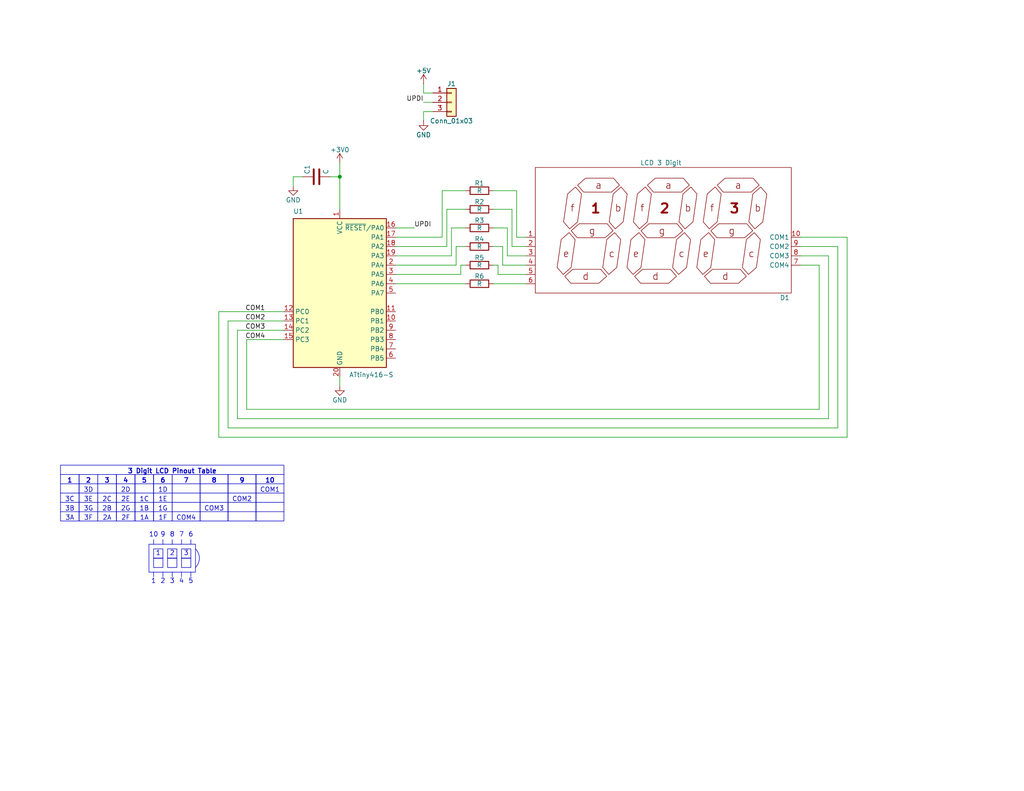
<source format=kicad_sch>
(kicad_sch (version 20231120) (generator "eeschema") (generator_version "8.0")
  (paper "A")
  (title_block (title "3 Digit LCD Test Circuit") (company "Perry Leuams") (comment 1 "Aliexpress Special") (comment 2 "10pin TN 3 Digits Segment LCD"))
  (lib_symbols
    (symbol "Connector_Generic:Conn_01x03" (pin_names (offset 1.016) hide)
      (property "Reference" "J" (at 0 5.08 0))
      (property "Value" "Conn_01x03" (at 0 -5.08 0))
      (symbol "Conn_01x03_1_1"
        (rectangle (start -1.27 -2.413) (end 0 -2.667) (stroke (width 0.1524)))
        (rectangle (start -1.27 0.127) (end 0 -0.127) (stroke (width 0.1524)))
        (rectangle (start -1.27 2.667) (end 0 2.413) (stroke (width 0.1524)))
        (rectangle (start -1.27 3.81) (end 1.27 -3.81) (stroke (width 0.254)) (fill (type background)))
        (pin passive line (at -5.08 2.54 0) (length 3.81) (name "Pin_1") (number "1"))
        (pin passive line (at -5.08 0 0) (length 3.81) (name "Pin_2") (number "2"))
        (pin passive line (at -5.08 -2.54 0) (length 3.81) (name "Pin_3") (number "3"))
      )
    )
    (symbol "Device:C" (pin_numbers hide) (pin_names (offset 0.254))
      (property "Reference" "C" (at 0.635 2.54 0))
      (property "Value" "C" (at 0.635 -2.54 0))
      (symbol "C_0_1"
        (polyline (pts (xy -2.032 -0.762) (xy 2.032 -0.762)) (stroke (width 0.508)))
        (polyline (pts (xy -2.032 0.762) (xy 2.032 0.762)) (stroke (width 0.508)))
      )
      (symbol "C_1_1"
        (pin passive line (at 0 3.81 270) (length 2.794) (name "~") (number "1"))
        (pin passive line (at 0 -3.81 90) (length 2.794) (name "~") (number "2"))
      )
    )
    (symbol "Device:R" (pin_numbers hide) (pin_names (offset 0))
      (property "Reference" "R" (at 2.032 0 90))
      (property "Value" "R" (at 0 0 90))
      (symbol "R_0_1"
        (rectangle (start -1.016 -2.54) (end 1.016 2.54) (stroke (width 0.254)))
      )
      (symbol "R_1_1"
        (pin passive line (at 0 3.81 270) (length 1.27) (name "~") (number "1"))
        (pin passive line (at 0 -3.81 90) (length 1.27) (name "~") (number "2"))
      )
    )
    (symbol "MCU_Microchip_ATtiny:ATtiny416-S"
      (property "Reference" "U" (at -12.7 21.59 0))
      (property "Value" "ATtiny416-S" (at 2.54 -21.59 0))
      (symbol "ATtiny416-S_0_1"
        (rectangle (start -12.7 -20.32) (end 12.7 20.32) (stroke (width 0.254)) (fill (type background)))
      )
      (symbol "ATtiny416-S_1_1"
        (pin power_in line (at 0 22.86 270) (length 2.54) (name "VCC") (number "1"))
        (pin bidirectional line (at 15.24 -7.62 180) (length 2.54) (name "PB1") (number "10"))
        (pin bidirectional line (at 15.24 -5.08 180) (length 2.54) (name "PB0") (number "11"))
        (pin bidirectional line (at -15.24 -5.08 0) (length 2.54) (name "PC0") (number "12"))
        (pin bidirectional line (at -15.24 -7.62 0) (length 2.54) (name "PC1") (number "13"))
        (pin bidirectional line (at -15.24 -10.16 0) (length 2.54) (name "PC2") (number "14"))
        (pin bidirectional line (at -15.24 -12.7 0) (length 2.54) (name "PC3") (number "15"))
        (pin bidirectional line (at 15.24 17.78 180) (length 2.54) (name "~{RESET}/PA0") (number "16"))
        (pin bidirectional line (at 15.24 15.24 180) (length 2.54) (name "PA1") (number "17"))
        (pin bidirectional line (at 15.24 12.7 180) (length 2.54) (name "PA2") (number "18"))
        (pin bidirectional line (at 15.24 10.16 180) (length 2.54) (name "PA3") (number "19"))
        (pin bidirectional line (at 15.24 7.62 180) (length 2.54) (name "PA4") (number "2"))
        (pin power_in line (at 0 -22.86 90) (length 2.54) (name "GND") (number "20"))
        (pin bidirectional line (at 15.24 5.08 180) (length 2.54) (name "PA5") (number "3"))
        (pin bidirectional line (at 15.24 2.54 180) (length 2.54) (name "PA6") (number "4"))
        (pin bidirectional line (at 15.24 0 180) (length 2.54) (name "PA7") (number "5"))
        (pin bidirectional line (at 15.24 -17.78 180) (length 2.54) (name "PB5") (number "6"))
        (pin bidirectional line (at 15.24 -15.24 180) (length 2.54) (name "PB4") (number "7"))
        (pin bidirectional line (at 15.24 -12.7 180) (length 2.54) (name "PB3") (number "8"))
        (pin bidirectional line (at 15.24 -10.16 180) (length 2.54) (name "PB2") (number "9"))
      )
    )
    (symbol "pl_display:LCD_3Digit_10Pin"
      (property "Reference" "D" (at 70.612 -16.51 0))
      (symbol "LCD_3Digit_10Pin_0_1"
        (polyline (pts (xy 10.16 -10.16) (xy 12.319 -8.255) (xy 13.4112 -0.635) (xy 11.7602 1.27) (xy 9.6012 -0.635) (xy 8.509 -8.255) (xy 10.16 -10.16)))
        (polyline (pts (xy 10.5918 -10.668) (xy 12.7762 -8.763) (xy 20.3962 -8.763) (xy 22.0218 -10.668) (xy 19.8628 -12.573) (xy 12.2428 -12.573) (xy 10.5918 -10.668)))
        (polyline (pts (xy 11.9126 2.286) (xy 14.0716 4.191) (xy 15.1638 11.811) (xy 13.5128 13.716) (xy 11.3538 11.811) (xy 10.2616 4.191) (xy 11.9126 2.286)))
        (polyline (pts (xy 12.3444 1.778) (xy 14.5288 3.683) (xy 22.1488 3.683) (xy 23.7744 1.778) (xy 21.59 -0.127) (xy 13.97 -0.127) (xy 12.3444 1.778)))
        (polyline (pts (xy 14.097 14.224) (xy 16.256 16.129) (xy 23.876 16.129) (xy 25.527 14.224) (xy 23.3426 12.319) (xy 15.7226 12.319) (xy 14.097 14.224)))
        (polyline (pts (xy 22.606 -10.16) (xy 24.765 -8.255) (xy 25.8572 -0.635) (xy 24.2062 1.27) (xy 22.0472 -0.635) (xy 20.955 -8.255) (xy 22.606 -10.16)))
        (polyline (pts (xy 24.3586 2.286) (xy 26.5176 4.191) (xy 27.6098 11.811) (xy 25.9588 13.716) (xy 23.7998 11.811) (xy 22.7076 4.191) (xy 24.3586 2.286)))
        (polyline (pts (xy 29.21 -10.16) (xy 31.369 -8.255) (xy 32.4612 -0.635) (xy 30.8102 1.27) (xy 28.6512 -0.635) (xy 27.559 -8.255) (xy 29.21 -10.16)))
        (polyline (pts (xy 29.6418 -10.668) (xy 31.8262 -8.763) (xy 39.4462 -8.763) (xy 41.0718 -10.668) (xy 38.9128 -12.573) (xy 31.2928 -12.573) (xy 29.6418 -10.668)))
        (polyline (pts (xy 30.9626 2.286) (xy 33.1216 4.191) (xy 34.2138 11.811) (xy 32.5628 13.716) (xy 30.4038 11.811) (xy 29.3116 4.191) (xy 30.9626 2.286)))
        (polyline (pts (xy 31.3944 1.778) (xy 33.5788 3.683) (xy 41.1988 3.683) (xy 42.8244 1.778) (xy 40.64 -0.127) (xy 33.02 -0.127) (xy 31.3944 1.778)))
        (polyline (pts (xy 33.147 14.224) (xy 35.306 16.129) (xy 42.926 16.129) (xy 44.577 14.224) (xy 42.3926 12.319) (xy 34.7726 12.319) (xy 33.147 14.224)))
        (polyline (pts (xy 41.656 -10.16) (xy 43.815 -8.255) (xy 44.9072 -0.635) (xy 43.2562 1.27) (xy 41.0972 -0.635) (xy 40.005 -8.255) (xy 41.656 -10.16)))
        (polyline (pts (xy 43.4086 2.286) (xy 45.5676 4.191) (xy 46.6598 11.811) (xy 45.0088 13.716) (xy 42.8498 11.811) (xy 41.7576 4.191) (xy 43.4086 2.286)))
        (polyline (pts (xy 48.26 -10.16) (xy 50.419 -8.255) (xy 51.5112 -0.635) (xy 49.8602 1.27) (xy 47.7012 -0.635) (xy 46.609 -8.255) (xy 48.26 -10.16)))
        (polyline (pts (xy 48.6918 -10.668) (xy 50.8762 -8.763) (xy 58.4962 -8.763) (xy 60.1218 -10.668) (xy 57.9628 -12.573) (xy 50.3428 -12.573) (xy 48.6918 -10.668)))
        (polyline (pts (xy 50.0126 2.286) (xy 52.1716 4.191) (xy 53.2638 11.811) (xy 51.6128 13.716) (xy 49.4538 11.811) (xy 48.3616 4.191) (xy 50.0126 2.286)))
        (polyline (pts (xy 50.4444 1.778) (xy 52.6288 3.683) (xy 60.2488 3.683) (xy 61.8744 1.778) (xy 59.69 -0.127) (xy 52.07 -0.127) (xy 50.4444 1.778)))
        (polyline (pts (xy 52.197 14.224) (xy 54.356 16.129) (xy 61.976 16.129) (xy 63.627 14.224) (xy 61.4426 12.319) (xy 53.8226 12.319) (xy 52.197 14.224)))
        (polyline (pts (xy 60.706 -10.16) (xy 62.865 -8.255) (xy 63.9572 -0.635) (xy 62.3062 1.27) (xy 60.1472 -0.635) (xy 59.055 -8.255) (xy 60.706 -10.16)))
        (polyline (pts (xy 62.4586 2.286) (xy 64.6176 4.191) (xy 65.7098 11.811) (xy 64.0588 13.716) (xy 61.8998 11.811) (xy 60.8076 4.191) (xy 62.4586 2.286)))
        (text "a" (at 19.812 14.224 0) (effects (font (size 1.905 1.905))))
        (text "a" (at 38.862 14.224 0) (effects (font (size 1.905 1.905))))
        (text "a" (at 57.912 14.224 0) (effects (font (size 1.905 1.905))))
        (text "b" (at 25.146 8.001 0) (effects (font (size 1.905 1.905))))
        (text "b" (at 44.196 8.001 0) (effects (font (size 1.905 1.905))))
        (text "b" (at 63.246 8.001 0) (effects (font (size 1.905 1.905))))
        (text "c" (at 23.4188 -4.445 0) (effects (font (size 1.905 1.905))))
        (text "c" (at 42.4688 -4.445 0) (effects (font (size 1.905 1.905))))
        (text "c" (at 61.5188 -4.445 0) (effects (font (size 1.905 1.905))))
        (text "d" (at 16.3068 -10.668 0) (effects (font (size 1.905 1.905))))
        (text "d" (at 35.3568 -10.668 0) (effects (font (size 1.905 1.905))))
        (text "d" (at 54.4068 -10.668 0) (effects (font (size 1.905 1.905))))
        (text "e" (at 10.9728 -4.445 0) (effects (font (size 1.905 1.905))))
        (text "e" (at 30.0228 -4.445 0) (effects (font (size 1.905 1.905))))
        (text "e" (at 49.0728 -4.445 0) (effects (font (size 1.905 1.905))))
        (text "f" (at 12.7 8.001 0) (effects (font (size 1.905 1.905))))
        (text "f" (at 31.75 8.001 0) (effects (font (size 1.905 1.905))))
        (text "f" (at 50.8 8.001 0) (effects (font (size 1.905 1.905))))
        (text "g" (at 18.0594 1.778 0) (effects (font (size 1.905 1.905))))
        (text "g" (at 37.1094 1.778 0) (effects (font (size 1.905 1.905))))
        (text "g" (at 56.1594 1.778 0) (effects (font (size 1.905 1.905))))
      )
      (symbol "LCD_3Digit_10Pin_1_1"
        (rectangle (start 2.54 19.05) (end 72.39 -15.24))
        (text "1" (at 19.05 7.874 0) (effects (font (size 2.54 2.54) (bold yes))))
        (text "2" (at 37.846 7.874 0) (effects (font (size 2.54 2.54) (bold yes))))
        (text "3" (at 56.896 7.874 0) (effects (font (size 2.54 2.54) (bold yes))))
        (pin input line (at 0 0 0) (length 2.54) (name "") (number "1"))
        (pin input line (at 74.93 0 180) (length 2.54) (name "COM1") (number "10"))
        (pin input line (at 0 -2.54 0) (length 2.54) (name "") (number "2"))
        (pin input line (at 0 -5.08 0) (length 2.54) (name "") (number "3"))
        (pin input line (at 0 -7.62 0) (length 2.54) (name "") (number "4"))
        (pin input line (at 0 -10.16 0) (length 2.54) (name "") (number "5"))
        (pin input line (at 0 -12.7 0) (length 2.54) (name "") (number "6"))
        (pin input line (at 74.93 -7.62 180) (length 2.54) (name "COM4") (number "7"))
        (pin input line (at 74.93 -5.08 180) (length 2.54) (name "COM3") (number "8"))
        (pin input line (at 74.93 -2.54 180) (length 2.54) (name "COM2") (number "9"))
      )
    )
    (symbol "power:+3V0" (power) (pin_numbers hide) (pin_names (offset 0) hide)
      (property "Value" "+3V0" (at 0 3.556 0))
      (symbol "+3V0_0_1"
        (polyline (pts (xy -0.762 1.27) (xy 0 2.54)))
        (polyline (pts (xy 0 0) (xy 0 2.54)))
        (polyline (pts (xy 0 2.54) (xy 0.762 1.27)))
      )
      (symbol "+3V0_1_1"
        (pin power_in line (at 0 0 90) (length 0) (name "~") (number "1"))
      )
    )
    (symbol "power:+5V" (power) (pin_numbers hide) (pin_names (offset 0) hide)
      (property "Value" "+5V" (at 0 3.556 0))
      (symbol "+5V_0_1"
        (polyline (pts (xy -0.762 1.27) (xy 0 2.54)))
        (polyline (pts (xy 0 0) (xy 0 2.54)))
        (polyline (pts (xy 0 2.54) (xy 0.762 1.27)))
      )
      (symbol "+5V_1_1"
        (pin power_in line (at 0 0 90) (length 0) (name "~") (number "1"))
      )
    )
    (symbol "power:GND" (power) (pin_numbers hide) (pin_names (offset 0) hide)
      (property "Value" "GND" (at 0 -3.81 0))
      (symbol "GND_0_1"
        (polyline (pts (xy 0 0) (xy 0 -1.27) (xy 1.27 -1.27) (xy 0 -2.54) (xy -1.27 -1.27) (xy 0 -1.27)))
      )
      (symbol "GND_1_1"
        (pin power_in line (at 0 0 270) (length 0) (name "~") (number "1"))
      )
    )
  )
  (junction (at 92.71 48.26))
  (wire (pts (xy 143.51 74.93) (xy 135.89 74.93)))
  (wire (pts (xy 231.14 119.38) (xy 231.14 64.77)))
  (polyline (pts (xy 16.51 137.16) (xy 77.47 137.16)))
  (wire (pts (xy 107.95 77.47) (xy 127 77.47)))
  (polyline (pts (xy 49.53 147.32) (xy 49.53 148.59)))
  (wire (pts (xy 139.7 57.15) (xy 134.62 57.15)))
  (wire (pts (xy 124.46 67.31) (xy 127 67.31)))
  (wire (pts (xy 59.69 119.38) (xy 231.14 119.38)))
  (wire (pts (xy 223.52 111.76) (xy 223.52 72.39)))
  (wire (pts (xy 115.57 22.86) (xy 115.57 25.4)))
  (polyline (pts (xy 41.91 156.21) (xy 41.91 157.48)))
  (polyline (pts (xy 49.53 156.21) (xy 49.53 157.48)))
  (wire (pts (xy 226.06 69.85) (xy 218.44 69.85)))
  (polyline (pts (xy 46.99 147.32) (xy 46.99 148.59)))
  (polyline (pts (xy 16.51 134.62) (xy 77.47 134.62)))
  (wire (pts (xy 107.95 62.23) (xy 113.03 62.23)))
  (wire (pts (xy 115.57 25.4) (xy 118.11 25.4)))
  (wire (pts (xy 228.6 116.84) (xy 228.6 67.31)))
  (wire (pts (xy 62.23 87.63) (xy 62.23 116.84)))
  (wire (pts (xy 228.6 67.31) (xy 218.44 67.31)))
  (wire (pts (xy 226.06 114.3) (xy 226.06 69.85)))
  (wire (pts (xy 77.47 92.71) (xy 67.31 92.71)))
  (wire (pts (xy 143.51 72.39) (xy 137.16 72.39)))
  (wire (pts (xy 123.19 62.23) (xy 127 62.23)))
  (wire (pts (xy 137.16 67.31) (xy 134.62 67.31)))
  (wire (pts (xy 77.47 87.63) (xy 62.23 87.63)))
  (wire (pts (xy 90.17 48.26) (xy 92.71 48.26)))
  (wire (pts (xy 140.97 64.77) (xy 140.97 52.07)))
  (wire (pts (xy 223.52 72.39) (xy 218.44 72.39)))
  (wire (pts (xy 107.95 67.31) (xy 121.92 67.31)))
  (wire (pts (xy 92.71 102.87) (xy 92.71 105.41)))
  (wire (pts (xy 137.16 72.39) (xy 137.16 67.31)))
  (polyline (pts (xy 52.07 156.21) (xy 52.07 157.48)))
  (wire (pts (xy 139.7 67.31) (xy 139.7 57.15)))
  (wire (pts (xy 135.89 74.93) (xy 135.89 72.39)))
  (wire (pts (xy 120.65 64.77) (xy 120.65 52.07)))
  (wire (pts (xy 77.47 85.09) (xy 59.69 85.09)))
  (polyline (pts (xy 46.99 156.21) (xy 46.99 157.48)))
  (wire (pts (xy 80.01 48.26) (xy 80.01 50.8)))
  (wire (pts (xy 143.51 64.77) (xy 140.97 64.77)))
  (wire (pts (xy 140.97 52.07) (xy 134.62 52.07)))
  (wire (pts (xy 107.95 72.39) (xy 124.46 72.39)))
  (wire (pts (xy 67.31 111.76) (xy 223.52 111.76)))
  (wire (pts (xy 125.73 72.39) (xy 127 72.39)))
  (wire (pts (xy 115.57 27.94) (xy 118.11 27.94)))
  (wire (pts (xy 107.95 64.77) (xy 120.65 64.77)))
  (wire (pts (xy 92.71 48.26) (xy 92.71 57.15)))
  (wire (pts (xy 134.62 77.47) (xy 143.51 77.47)))
  (wire (pts (xy 138.43 62.23) (xy 134.62 62.23)))
  (polyline (pts (xy 16.51 139.7) (xy 77.47 139.7)))
  (wire (pts (xy 138.43 69.85) (xy 138.43 62.23)))
  (wire (pts (xy 120.65 52.07) (xy 127 52.07)))
  (wire (pts (xy 82.55 48.26) (xy 80.01 48.26)))
  (wire (pts (xy 77.47 90.17) (xy 64.77 90.17)))
  (wire (pts (xy 218.44 64.77) (xy 231.14 64.77)))
  (wire (pts (xy 64.77 114.3) (xy 226.06 114.3)))
  (polyline (pts (xy 41.91 147.32) (xy 41.91 148.59)))
  (polyline (pts (xy 44.45 156.21) (xy 44.45 157.48)))
  (polyline (pts (xy 44.45 147.32) (xy 44.45 148.59)))
  (wire (pts (xy 143.51 67.31) (xy 139.7 67.31)))
  (wire (pts (xy 143.51 69.85) (xy 138.43 69.85)))
  (wire (pts (xy 67.31 92.71) (xy 67.31 111.76)))
  (polyline (pts (xy 52.07 147.32) (xy 52.07 148.59)))
  (polyline (pts (xy 16.51 132.08) (xy 77.47 132.08)))
  (wire (pts (xy 92.71 44.45) (xy 92.71 48.26)))
  (wire (pts (xy 115.57 33.02) (xy 115.57 30.48)))
  (wire (pts (xy 59.69 85.09) (xy 59.69 119.38)))
  (wire (pts (xy 125.73 74.93) (xy 125.73 72.39)))
  (wire (pts (xy 121.92 57.15) (xy 127 57.15)))
  (wire (pts (xy 107.95 69.85) (xy 123.19 69.85)))
  (wire (pts (xy 115.57 30.48) (xy 118.11 30.48)))
  (wire (pts (xy 121.92 67.31) (xy 121.92 57.15)))
  (wire (pts (xy 62.23 116.84) (xy 228.6 116.84)))
  (wire (pts (xy 123.19 69.85) (xy 123.19 62.23)))
  (wire (pts (xy 64.77 90.17) (xy 64.77 114.3)))
  (wire (pts (xy 107.95 74.93) (xy 125.73 74.93)))
  (wire (pts (xy 124.46 72.39) (xy 124.46 67.31)))
  (wire (pts (xy 135.89 72.39) (xy 134.62 72.39)))
  (rectangle (start 54.61 129.54) (end 62.23 142.24))
  (rectangle (start 49.53 149.86) (end 52.07 152.4))
  (rectangle (start 45.72 149.86) (end 48.26 152.4))
  (rectangle (start 62.23 129.54) (end 69.85 142.24))
  (rectangle (start 69.85 129.54) (end 77.47 142.24))
  (rectangle (start 45.72 152.4) (end 48.26 154.94))
  (rectangle (start 49.53 152.4) (end 52.07 154.94))
  (rectangle (start 41.91 152.4) (end 44.45 154.94))
  (rectangle (start 16.51 127) (end 77.47 129.54))
  (rectangle (start 26.67 129.54) (end 31.75 142.24))
  (arc (start 53.34 149.86) (mid 54.3921 152.4) (end 53.34 154.94))
  (rectangle (start 41.91 129.54) (end 46.99 142.24))
  (rectangle (start 46.99 129.54) (end 54.61 142.24))
  (rectangle (start 40.64 148.59) (end 53.34 156.21))
  (rectangle (start 21.59 129.54) (end 26.67 142.24))
  (rectangle (start 41.91 149.86) (end 44.45 152.4))
  (rectangle (start 16.51 129.54) (end 21.59 142.24))
  (rectangle (start 31.75 129.54) (end 36.83 142.24))
  (rectangle (start 36.83 129.54) (end 41.91 142.24))
  (text "1E" (at 44.45 137.16 0) (effects (font (size 1.27 1.27)) (justify bottom)))
  (text "COM1" (at 73.66 134.62 0) (effects (font (size 1.27 1.27)) (justify bottom)))
  (text "2F" (at 34.29 142.24 0) (effects (font (size 1.27 1.27)) (justify bottom)))
  (text "10" (at 73.66 132.08 0) (effects (font (size 1.27 1.27) (thickness 0.254) (bold yes)) (justify bottom)))
  (text "1" (at 19.05 132.08 0) (effects (font (size 1.27 1.27) (thickness 0.254) (bold yes)) (justify bottom)))
  (text "3A" (at 19.05 142.24 0) (effects (font (size 1.27 1.27)) (justify bottom)))
  (text "9" (at 66.04 132.08 0) (effects (font (size 1.27 1.27) (thickness 0.254) (bold yes)) (justify bottom)))
  (text "7" (at 49.53 146.05 0) (effects (font (size 1.27 1.27))))
  (text "8" (at 46.99 146.05 0) (effects (font (size 1.27 1.27))))
  (text "1G" (at 44.45 139.7 0) (effects (font (size 1.27 1.27)) (justify bottom)))
  (text "2B" (at 29.21 139.7 0) (effects (font (size 1.27 1.27)) (justify bottom)))
  (text "1B" (at 39.37 139.7 0) (effects (font (size 1.27 1.27)) (justify bottom)))
  (text "COM3" (at 58.42 139.7 0) (effects (font (size 1.27 1.27)) (justify bottom)))
  (text "2E" (at 34.29 137.16 0) (effects (font (size 1.27 1.27)) (justify bottom)))
  (text "3G" (at 24.13 139.7 0) (effects (font (size 1.27 1.27)) (justify bottom)))
  (text "9" (at 44.45 146.05 0) (effects (font (size 1.27 1.27))))
  (text "3C" (at 19.05 137.16 0) (effects (font (size 1.27 1.27)) (justify bottom)))
  (text "COM2" (at 66.04 137.16 0) (effects (font (size 1.27 1.27)) (justify bottom)))
  (text "2G" (at 34.29 139.7 0) (effects (font (size 1.27 1.27)) (justify bottom)))
  (text "2" (at 46.99 151.13 0) (effects (font (size 1.27 1.27))))
  (text "1F" (at 44.45 142.24 0) (effects (font (size 1.27 1.27)) (justify bottom)))
  (text "3F" (at 24.13 142.24 0) (effects (font (size 1.27 1.27)) (justify bottom)))
  (text "1" (at 43.18 151.13 0) (effects (font (size 1.27 1.27))))
  (text "3B" (at 19.05 139.7 0) (effects (font (size 1.27 1.27)) (justify bottom)))
  (text "2A" (at 29.21 142.24 0) (effects (font (size 1.27 1.27)) (justify bottom)))
  (text "4" (at 34.29 132.08 0) (effects (font (size 1.27 1.27) (thickness 0.254) (bold yes)) (justify bottom)))
  (text "COM4" (at 50.8 142.24 0) (effects (font (size 1.27 1.27)) (justify bottom)))
  (text "3" (at 50.8 151.13 0) (effects (font (size 1.27 1.27))))
  (text "3 Digit LCD Pinout Table" (at 46.99 129.54 0) (effects (font (size 1.27 1.27) (thickness 0.254) (bold yes)) (justify bottom)))
  (text "6" (at 44.45 132.08 0) (effects (font (size 1.27 1.27) (thickness 0.254) (bold yes)) (justify bottom)))
  (text "1A" (at 39.37 142.24 0) (effects (font (size 1.27 1.27)) (justify bottom)))
  (text "1C" (at 39.37 137.16 0) (effects (font (size 1.27 1.27)) (justify bottom)))
  (text "5" (at 39.37 132.08 0) (effects (font (size 1.27 1.27) (thickness 0.254) (bold yes)) (justify bottom)))
  (text "6" (at 52.07 146.05 0) (effects (font (size 1.27 1.27))))
  (text "4" (at 49.53 158.75 0) (effects (font (size 1.27 1.27))))
  (text "2" (at 44.45 158.75 0) (effects (font (size 1.27 1.27))))
  (text "7" (at 50.8 132.08 0) (effects (font (size 1.27 1.27) (thickness 0.254) (bold yes)) (justify bottom)))
  (text "2" (at 24.13 132.08 0) (effects (font (size 1.27 1.27) (thickness 0.254) (bold yes)) (justify bottom)))
  (text "8" (at 58.42 132.08 0) (effects (font (size 1.27 1.27) (thickness 0.254) (bold yes)) (justify bottom)))
  (text "3E" (at 24.13 137.16 0) (effects (font (size 1.27 1.27)) (justify bottom)))
  (text "3D" (at 24.13 134.62 0) (effects (font (size 1.27 1.27)) (justify bottom)))
  (text "2C" (at 29.21 137.16 0) (effects (font (size 1.27 1.27)) (justify bottom)))
  (text "2D" (at 34.29 134.62 0) (effects (font (size 1.27 1.27)) (justify bottom)))
  (text "3" (at 29.21 132.08 0) (effects (font (size 1.27 1.27) (thickness 0.254) (bold yes)) (justify bottom)))
  (text "3" (at 46.99 158.75 0) (effects (font (size 1.27 1.27))))
  (text "10" (at 41.91 146.05 0) (effects (font (size 1.27 1.27))))
  (text "1" (at 41.91 158.75 0) (effects (font (size 1.27 1.27))))
  (text "5" (at 52.07 158.75 0) (effects (font (size 1.27 1.27))))
  (text "1D" (at 44.45 134.62 0) (effects (font (size 1.27 1.27)) (justify bottom)))
  (label "UPDI" (at 113.03 62.23 0))
  (label "COM2" (at 72.39 87.63 180))
  (label "COM3" (at 72.39 90.17 180))
  (label "COM4" (at 72.39 92.71 180))
  (label "COM1" (at 72.39 85.09 180))
  (label "UPDI" (at 115.57 27.94 180))
  (symbol (lib_id "Device:R") (at 130.81 57.15 90) (unit 1)
    (property "Reference" "R2" (at 130.81 55.118 90))
    (property "Value" "R" (at 130.81 57.15 90))
    (property "Description" "Resistor" (effects (hide yes)))
  )
  (symbol (lib_id "Connector_Generic:Conn_01x03") (at 123.19 27.94 0) (unit 1)
    (property "Reference" "J1" (at 123.19 22.86 0))
    (property "Value" "Conn_01x03" (at 123.19 33.02 0))
    (property "Description" "Generic connector, single row, 01x03, script generated (kicad-library-utils/schlib/autogen/connector/)" (effects (hide yes)))
  )
  (symbol (lib_id "MCU_Microchip_ATtiny:ATtiny416-S") (at 92.71 80.01 0) (unit 1)
    (property "Reference" "U1" (at 80.01 58.42 0) (effects (justify left bottom)))
    (property "Value" "ATtiny416-S" (at 95.25 101.6 0) (effects (justify left top)))
    (property "Footprint" "Package_SO:SOIC-20W_7.5x12.8mm_P1.27mm" (effects (hide yes)))
    (property "Datasheet" "http://ww1.microchip.com/downloads/en/DeviceDoc/40001913A.pdf" (effects (hide yes)))
    (property "Description" "20MHz, 4kB Flash, 256B SRAM, 128B EEPROM, SOIC-20" (effects (hide yes)))
  )
  (symbol (lib_id "Device:R") (at 130.81 52.07 90) (unit 1)
    (property "Reference" "R1" (at 130.81 50.038 90))
    (property "Value" "R" (at 130.81 52.07 90))
    (property "Description" "Resistor" (effects (hide yes)))
  )
  (symbol (lib_id "pl_display:LCD_3Digit_10Pin") (at 143.51 64.77 0) (unit 1)
    (property "Reference" "D1" (at 214.122 81.28 0))
    (property "Value" "LCD 3 Digit" (at 180.34 44.45 0))
  )
  (symbol (lib_id "power:GND") (at 115.57 33.02 0) (unit 1)
    (property "Reference" "#PWR04" (effects (hide yes)))
    (property "Value" "GND" (at 115.57 36.83 0))
    (property "Description" "Power symbol creates a global label with name \"GND\" , ground" (effects (hide yes)))
  )
  (symbol (lib_id "power:+5V") (at 115.57 22.86 0) (unit 1)
    (property "Reference" "#PWR05" (effects (hide yes)))
    (property "Value" "+5V" (at 115.57 19.304 0))
    (property "Description" "Power symbol creates a global label with name \"+5V\"" (effects (hide yes)))
  )
  (symbol (lib_id "Device:R") (at 130.81 67.31 90) (unit 1)
    (property "Reference" "R4" (at 130.81 65.278 90))
    (property "Value" "R" (at 130.81 67.31 90))
    (property "Description" "Resistor" (effects (hide yes)))
  )
  (symbol (lib_id "power:+3V0") (at 92.71 44.45 0) (unit 1)
    (property "Reference" "#PWR01" (effects (hide yes)))
    (property "Value" "+3V0" (at 92.71 40.894 0))
    (property "Description" "Power symbol creates a global label with name \"+3V0\"" (effects (hide yes)))
  )
  (symbol (lib_id "Device:C") (at 86.36 48.26 90) (unit 1)
    (property "Reference" "C1" (at 83.82 47.625 0) (effects (justify left)))
    (property "Value" "C" (at 88.9 47.625 0) (effects (justify left)))
    (property "Footprint" "Capacitor_THT:C_Rect_L7.0mm_W2.0mm_P5.00mm" (effects (hide yes)))
    (property "Description" "Unpolarized capacitor" (effects (hide yes)))
  )
  (symbol (lib_id "power:GND") (at 80.01 50.8 0) (unit 1)
    (property "Reference" "#PWR02" (effects (hide yes)))
    (property "Value" "GND" (at 80.01 54.61 0))
    (property "Description" "Power symbol creates a global label with name \"GND\" , ground" (effects (hide yes)))
  )
  (symbol (lib_id "Device:R") (at 130.81 62.23 90) (unit 1)
    (property "Reference" "R3" (at 130.81 60.198 90))
    (property "Value" "R" (at 130.81 62.23 90))
    (property "Description" "Resistor" (effects (hide yes)))
  )
  (symbol (lib_id "Device:R") (at 130.81 77.47 90) (unit 1)
    (property "Reference" "R6" (at 130.81 75.438 90))
    (property "Value" "R" (at 130.81 77.47 90))
    (property "Description" "Resistor" (effects (hide yes)))
  )
  (symbol (lib_id "power:GND") (at 92.71 105.41 0) (unit 1)
    (property "Reference" "#PWR03" (effects (hide yes)))
    (property "Value" "GND" (at 92.71 109.22 0))
    (property "Description" "Power symbol creates a global label with name \"GND\" , ground" (effects (hide yes)))
  )
  (symbol (lib_id "Device:R") (at 130.81 72.39 90) (unit 1)
    (property "Reference" "R5" (at 130.81 70.358 90))
    (property "Value" "R" (at 130.81 72.39 90))
    (property "Description" "Resistor" (effects (hide yes)))
  )
)
</source>
